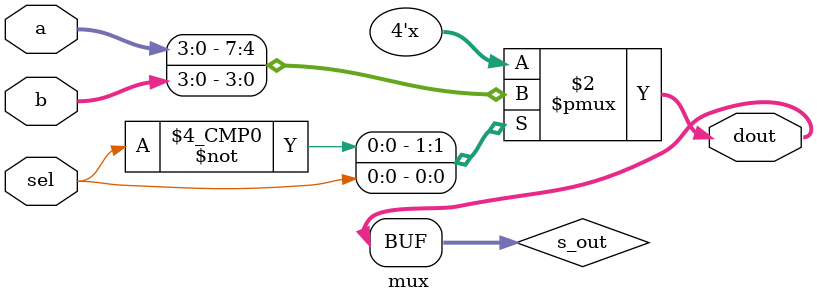
<source format=sv>
/*
 * Copyright (c) 2025 Caio Alonso da Costa
 * SPDX-License-Identifier: Apache-2.0
 */

module mux #(parameter int WIDTH = 4) (a, b, sel, dout);

  input logic [WIDTH-1:0] a;
  input logic [WIDTH-1:0] b;
  input logic sel;

  output logic [WIDTH-1:0] dout;

  logic [WIDTH-1:0] s_out;

  always_comb begin
    case (sel)
      1'b0 : s_out = a;
      1'b1 : s_out = b;
      default : s_out = '0;
    endcase
  end

  assign dout = s_out;

endmodule

</source>
